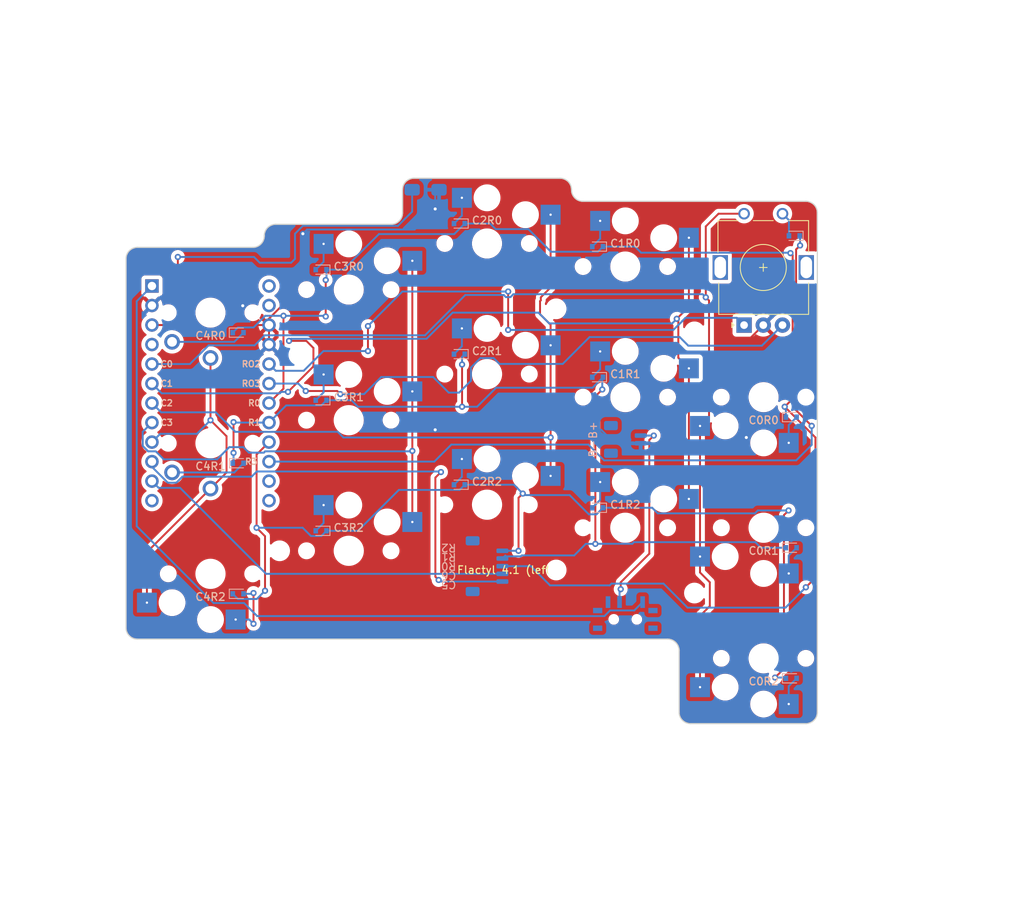
<source format=kicad_pcb>
(kicad_pcb (version 20221018) (generator pcbnew)
  (title_block (title "right") (rev "v1.0.0") (company "Unknown"))
  (layers (0 "F.Cu" signal) (31 "B.Cu" signal) (34 "B.Paste" user) (35 "F.Paste" user) (36 "B.SilkS" user "B.Silkscreen") (37 "F.SilkS" user "F.Silkscreen") (38 "B.Mask" user) (39 "F.Mask" user) (44 "Edge.Cuts" user))
  (net 0 "")
  (net 1 "C0")
  (net 2 "C0R0D")
  (net 3 "R0")
  (net 4 "C0R1D")
  (net 5 "R1")
  (net 6 "C0R2D")
  (net 7 "R2")
  (net 8 "C1")
  (net 9 "C1R0D")
  (net 10 "C1R1D")
  (net 11 "C1R2D")
  (net 12 "C2")
  (net 13 "C2R0D")
  (net 14 "C2R1D")
  (net 15 "C2R2D")
  (net 16 "C3")
  (net 17 "C3R0D")
  (net 18 "C3R1D")
  (net 19 "C3R2D")
  (net 20 "C4")
  (net 21 "C4R0D")
  (net 22 "C4R1D")
  (net 23 "C4R2D")
  (net 24 "C0R3D")
  (net 25 "P2")
  (net 26 "P3")
  (net 27 "GND")
  (net 28 "R3")
  (net 29 "RAW")
  (net 30 "BSLI")
  (net 31 "three")
  (net 32 "RST")
  (net 33 "VCC")
  (net 34 "C5")
  (net 35 "C6")
  (net 36 "P10")
  (net 37 "P1")
  (net 38 "P0")
  (net 39 "P8")
  (net 40 "P9")
  (footprint "MountingHole_2.2mm_M2" (layer "F.Cu") (at 63 -31.5)
    (fp_text reference "H2" hide)
    (fp_text value "")
  )
  (footprint "MountingHole_2.2mm_M2" (layer "F.Cu") (at 45 -34.5)
    (fp_text reference "H4" hide)
    (fp_text value "")
  )
  (footprint "rotary_encoder" (layer "F.Cu") (at 72 -40 90)
    (fp_text reference "ROT1" hide)
    (fp_text value "")
  )
  (footprint "somelogo" (layer "F.Cu") (at 38.5 -0.5)
    (fp_text reference "T1" hide)
    (fp_text value "Flactyl 4.1 (left)")
  )
  (footprint "MountingHole_2.2mm_M2" (layer "F.Cu") (at 9 -3)
    (fp_text reference "H5" hide)
    (fp_text value "")
  )
  (footprint "MountingHole_2.2mm_M2" (layer "F.Cu") (at 63 2.5)
    (fp_text reference "H1" hide)
    (fp_text value "")
  )
  (footprint "easyeda:SW-TH_MSK12C02-HB-1" (layer "F.Cu") (at 54 5.5 180)
    (fp_text reference "SS1" hide)
    (fp_text value "SW-TH_MSK12C02-HB-1" hide)
  )
  (footprint "MountingHole_2.2mm_M2" (layer "F.Cu") (at 45 -0.5)
    (fp_text reference "H3" hide)
    (fp_text value "")
  )
  (footprint "MountingHole_2.2mm_M2" (layer "F.Cu") (at 11.5 -28.5)
    (fp_text reference "H6" hide)
    (fp_text value "")
  )
  (footprint "D_SOD-523" (layer "B.Cu") (at 32.4 -11.6 180)
    (fp_text reference "D9" hide)
    (fp_text value "D_SOD-523")
  )
  (footprint "D_SOD-523" (layer "B.Cu") (at 14.4 -22.6 180)
    (fp_text reference "D11" hide)
    (fp_text value "D_SOD-523")
  )
  (footprint "Kailh_socket_PG1350_no_silk" (layer "B.Cu") (at 36 -26 180)
    (fp_text reference "S8" hide)
    (fp_text value "")
  )
  (footprint "D_SOD-523" (layer "B.Cu") (at 50.4 -42.6 180)
    (fp_text reference "D4" hide)
    (fp_text value "D_SOD-523")
  )
  (footprint "Kailh_socket_PG1350_no_silk" (layer "B.Cu") (at 0 -17)
    (fp_text reference "S14" hide)
    (fp_text value "")
  )
  (footprint "Kailh_socket_PG1350_no_silk" (layer "B.Cu") (at 36 -9 180)
    (fp_text reference "S9" hide)
    (fp_text value "")
  )
  (footprint "D_SOD-523" (layer "B.Cu") (at 75.6 -3.4)
    (fp_text reference "D2" hide)
    (fp_text value "D_SOD-523")
  )
  (footprint "Kailh_socket_PG1350_no_silk" (layer "B.Cu") (at 54 -6 180)
    (fp_text reference "S6" hide)
    (fp_text value "")
  )
  (footprint "JST_SH_SM02B-SRSS-TB_1x02-1MP_P1.00mm_Horizontal" (layer "B.Cu") (at 54 -17.5 90)
    (fp_text reference "JB1" hide)
    (fp_text value "JST_SH_SM02B-SRSS-TB_1x02-1MP_P1.00mm_Horizontal" hide)
  )
  (footprint "b3u-1000P" (layer "B.Cu") (at 28 -50 180)
    (fp_text reference "SB1" hide)
    (fp_text value "b3u-1000P")
  )
  (footprint "Kailh_socket_PG1350_no_silk" (layer "B.Cu") (at 72 -6)
    (fp_text reference "S2" hide)
    (fp_text value "")
  )
  (footprint "D_SOD-523" (layer "B.Cu") (at 3.6 -31.4)
    (fp_text reference "D13" hide)
    (fp_text value "D_SOD-523")
  )
  (footprint "D_SOD-523" (layer "B.Cu") (at 75.6 -20.4)
    (fp_text reference "D1" hide)
    (fp_text value "D_SOD-523")
  )
  (footprint "D_SOD-523" (layer "B.Cu") (at 14.4 -39.6 180)
    (fp_text reference "D10" hide)
    (fp_text value "D_SOD-523")
  )
  (footprint "D_SOD-523" (layer "B.Cu") (at 3.6 -14.4)
    (fp_text reference "D14" hide)
    (fp_text value "D_SOD-523")
  )
  (footprint "JST_SH_SM05B-SRSS-TB_1x05-1MP_P1.00mm_Horizontal" (layer "B.Cu") (at 36 -1 90)
    (fp_text reference "JC1" hide)
    (fp_text value "")
  )
  (footprint "NiceNano" (layer "B.Cu") (at 0 -23.5 -90)
    (fp_text reference "MCU1" hide)
    (fp_text value "" hide)
  )
  (footprint "Kailh_socket_PG1350_no_silk" (layer "B.Cu") (at 72 11)
    (fp_text reference "S3" hide)
    (fp_text value "")
  )
  (footprint "Kailh_socket_PG1350_no_silk" (layer "B.Cu") (at 18 -3 180)
    (fp_text reference "S12" hide)
    (fp_text value "")
  )
  (footprint "Kailh_socket_PG1350_no_silk" (layer "B.Cu") (at 36 -43 180)
    (fp_text reference "S7" hide)
    (fp_text value "")
  )
  (footprint "Kailh_socket_PG1350_no_silk" (layer "B.Cu") (at 54 -23 180)
    (fp_text reference "S5" hide)
    (fp_text value "")
  )
  (footprint "D_SOD-523" (layer "B.Cu") (at 50.4 -8.6 180)
    (fp_text reference "D6" hide)
    (fp_text value "D_SOD-523")
  )
  (footprint "Kailh_socket_PG1350_no_silk" (layer "B.Cu") (at 18 -20 180)
    (fp_text reference "S11" hide)
    (fp_text value "")
  )
  (footprint "D_SOD-523" (layer "B.Cu") (at 32.4 -45.6 180)
    (fp_text reference "D7" hide)
    (fp_text value "D_SOD-523")
  )
  (footprint "D_SOD-523" (layer "B.Cu") (at 50.4 -25.6 180)
    (fp_text reference "D5" hide)
    (fp_text value "D_SOD-523")
  )
  (footprint "D_SOD-523" (layer "B.Cu") (at 76 -44 180)
    (fp_text reference "D16" hide)
    (fp_text value "D_SOD-523")
  )
  (footprint "Kailh_socket_PG1350_no_silk" (layer "B.Cu") (at 0 -34)
    (fp_text reference "S13" hide)
    (fp_text value "")
  )
  (footprint "Kailh_socket_PG1350_no_silk" (layer "B.Cu") (at 72 -23)
    (fp_text reference "S1" hide)
    (fp_text value "")
  )
  (footprint "Kailh_socket_PG1350_no_silk" (layer "B.Cu") (at 54 -40 180)
    (fp_text reference "S4" hide)
    (fp_text value "")
  )
  (footprint "D_SOD-523" (layer "B.Cu") (at 75.6 13.6)
    (fp_text reference "D3" hide)
    (fp_text value "D_SOD-523")
  )
  (footprint "Kailh_socket_PG1350_no_silk" (layer "B.Cu") (at 18 -37 180)
    (fp_text reference "S10" hide)
    (fp_text value "")
  )
  (footprint "D_SOD-523" (layer "B.Cu") (at 32.4 -28.6 180)
    (fp_text reference "D8" hide)
    (fp_text value "D_SOD-523")
  )
  (footprint "D_SOD-523" (layer "B.Cu") (at 3.6 2.6)
    (fp_text reference "D15" hide)
    (fp_text value "D_SOD-523")
  )
  (footprint "D_SOD-523" (layer "B.Cu") (at 14.4 -5.6 180)
    (fp_text reference "D12" hide)
    (fp_text value "D_SOD-523")
  )
  (footprint "Kailh_socket_PG1350_no_silk" (layer "B.Cu") (at 0 0)
    (fp_text reference "S15" hide)
    (fp_text value "")
  )
  (gr_arc (start 62.49 19.5) (mid 61.436411 19.063589) (end 61 18.01) (stroke (width 0.15)) (layer "Edge.Cuts"))
  (gr_line (start 62.49 19.5) (end 77.51 19.5) (stroke (width 0.15)) (layer "Edge.Cuts"))
  (gr_arc (start 7 -43.99) (mid 6.563589 -42.936411) (end 5.51 -42.5) (stroke (width 0.15)) (layer "Edge.Cuts"))
  (gr_arc (start -9.51 8.5) (mid -10.563589 8.063589) (end -11 7.01) (stroke (width 0.15)) (layer "Edge.Cuts"))
  (gr_arc (start -11 -41.01) (mid -10.563589 -42.063589) (end -9.51 -42.5) (stroke (width 0.15)) (layer "Edge.Cuts"))
  (gr_arc (start 79 18.01) (mid 78.563589 19.063589) (end 77.51 19.5) (stroke (width 0.15)) (layer "Edge.Cuts"))
  (gr_arc (start 77.51 -48.5) (mid 78.563589 -48.063589) (end 79 -47.01) (stroke (width 0.15)) (layer "Edge.Cuts"))
  (gr_line (start 61 9.99) (end 61 18.01) (stroke (width 0.15)) (layer "Edge.Cuts"))
  (gr_arc (start 59.51 8.5) (mid 60.563589 8.936411) (end 61 9.99) (stroke (width 0.15)) (layer "Edge.Cuts"))
  (gr_line (start 79 -47.01) (end 79 18.01) (stroke (width 0.15)) (layer "Edge.Cuts"))
  (gr_line (start 45.51 -51.5) (end 26.49 -51.5) (stroke (width 0.15)) (layer "Edge.Cuts"))
  (gr_arc (start 48.49 -48.5) (mid 47.436411 -48.936411) (end 47 -49.99) (stroke (width 0.15)) (layer "Edge.Cuts"))
  (gr_arc (start 25 -50.01) (mid 25.436411 -51.063589) (end 26.49 -51.5) (stroke (width 0.15)) (layer "Edge.Cuts"))
  (gr_arc (start 7 -44.01) (mid 7.436411 -45.063589) (end 8.49 -45.5) (stroke (width 0.15)) (layer "Edge.Cuts"))
  (gr_line (start 5.51 -42.5) (end -9.51 -42.5) (stroke (width 0.15)) (layer "Edge.Cuts"))
  (gr_line (start 7 -44.01) (end 7 -43.99) (stroke (width 0.15)) (layer "Edge.Cuts"))
  (gr_line (start 25 -50.01) (end 25 -46.99) (stroke (width 0.15)) (layer "Edge.Cuts"))
  (gr_line (start 23.51 -45.5) (end 8.49 -45.5) (stroke (width 0.15)) (layer "Edge.Cuts"))
  (gr_arc (start 45.51 -51.5) (mid 46.563589 -51.063589) (end 47 -50.01) (stroke (width 0.15)) (layer "Edge.Cuts"))
  (gr_arc (start 25 -46.99) (mid 24.563589 -45.936411) (end 23.51 -45.5) (stroke (width 0.15)) (layer "Edge.Cuts"))
  (gr_line (start -9.51 8.5) (end 59.51 8.5) (stroke (width 0.15)) (layer "Edge.Cuts"))
  (gr_line (start 48.49 -48.5) (end 77.51 -48.5) (stroke (width 0.15)) (layer "Edge.Cuts"))
  (gr_line (start 47 -49.99) (end 47 -50.01) (stroke (width 0.15)) (layer "Edge.Cuts"))
  (gr_line (start -11 7.01) (end -11 -41.01) (stroke (width 0.15)) (layer "Edge.Cuts"))
  (segment (start 64.9 -35.575) (end 64.9 -20.425) (width 0.25) (layer "F.Cu") (net 1))
  (segment (start 65 1.1) (end 65 4.2) (width 0.25) (layer "F.Cu") (net 1))
  (segment (start 64.9 -20.425) (end 63.725 -19.25) (width 0.25) (layer "F.Cu") (net 1))
  (segment (start 63.725 -2.25) (end 63.725 -0.175) (width 0.25) (layer "F.Cu") (net 1))
  (segment (start 64.475 -45.225) (end 64.475 -36) (width 0.25) (layer "F.Cu") (net 1))
  (segment (start 65 4.2) (end 63.725 5.475) (width 0.25) (layer "F.Cu") (net 1))
  (segment (start 64.475 -36) (end 64.9 -35.575) (width 0.25) (layer "F.Cu") (net 1))
  (segment (start 66.13 -46.88) (end 64.475 -45.225) (width 0.25) (layer "F.Cu") (net 1))
  (segment (start 63.725 -0.175) (end 65 1.1) (width 0.25) (layer "F.Cu") (net 1))
  (segment (start 63.725 5.475) (end 63.725 14.75) (width 0.25) (layer "F.Cu") (net 1))
  (segment (start 69.46 -46.88) (end 66.13 -46.88) (width 0.25) (layer "F.Cu") (net 1))
  (segment (start 63.725 -19.25) (end 63.725 -2.25) (width 0.25) (layer "F.Cu") (net 1))
  (via (at 64.475 -36) (size 0.8) (drill 0.4) (layers "F.Cu" "B.Cu") (net 1))
  (segment (start 38.449695 -36.025) (end 39.050305 -36.025) (width 0.25) (layer "B.Cu") (net 1))
  (segment (start 38.174695 -36.3) (end 38.449695 -36.025) (width 0.25) (layer "B.Cu") (net 1))
  (segment (start -2.686461 -27.31) (end -0.246461 -29.75) (width 0.25) (layer "B.Cu") (net 1))
  (segment (start 39.425305 -36.4) (end 64.075 -36.4) (width 0.25) (layer "B.Cu") (net 1))
  (segment (start 5.75 -29.75) (end 7.0513 -31.0513) (width 0.25) (layer "B.Cu") (net 1))
  (segment (start -0.246461 -29.75) (end 5.75 -29.75) (width 0.25) (layer "B.Cu") (net 1))
  (segment (start 64.075 -36.4) (end 64.475 -36) (width 0.25) (layer "B.Cu") (net 1))
  (segment (start 39.050305 -36.025) (end 39.425305 -36.4) (width 0.25) (layer "B.Cu") (net 1))
  (segment (start 33.172095 -36.3) (end 38.174695 -36.3) (width 0.25) (layer "B.Cu") (net 1))
  (segment (start -7.62 -27.31) (end -2.686461 -27.31) (width 0.25) (layer "B.Cu") (net 1))
  (segment (start 7.0513 -31.0513) (end 27.923395 -31.0513) (width 0.25) (layer "B.Cu") (net 1))
  (segment (start 27.923395 -31.0513) (end 33.172095 -36.3) (width 0.25) (layer "B.Cu") (net 1))
  (segment (start 75.275 -19.375) (end 76.3 -20.4) (width 0.25) (layer "B.Cu") (net 2))
  (segment (start 75.275 -17.05) (end 75.275 -19.375) (width 0.25) (layer "B.Cu") (net 2))
  (segment (start 15 -38.25) (end 15 -33.5) (width 0.25) (layer "F.Cu") (net 3))
  (segment (start 74.75 -21.75) (end 75.785 -22.785) (width 0.25) (layer "F.Cu") (net 3))
  (segment (start 9.5 -24.11) (end 9.5 -33.5913) (width 0.25) (layer "F.Cu") (net 3))
  (segment (start 75.785 -22.785) (end 75.785 -41.465) (width 0.25) (layer "F.Cu") (net 3))
  (segment (start 78.75 -17.75) (end 74.75 -21.75) (width 0.25) (layer "F.Cu") (net 3))
  (segment (start 75.785 -41.465) (end 75.5 -41.75) (width 0.25) (layer "F.Cu") (net 3))
  (segment (start 7.62 -22.23) (end 9.5 -24.11) (width 0.25) (layer "F.Cu") (net 3))
  (segment (start 77.5 1.75) (end 78.75 0.5) (width 0.25) (layer "F.Cu") (net 3))
  (segment (start 78.75 0.5) (end 78.75 -17.75) (width 0.25) (layer "F.Cu") (net 3))
  (via (at 75.5 -41.75) (size 0.8) (drill 0.4) (layers "F.Cu" "B.Cu") (net 3))
  (via (at 15 -38.25) (size 0.8) (drill 0.4) (layers "F.Cu" "B.Cu") (net 3))
  (via (at 15 -33.5) (size 0.8) (drill 0.4) (layers "F.Cu" "B.Cu") (net 3))
  (via (at 77.5 1.75) (size 0.8) (drill 0.4) (layers "F.Cu" "B.Cu") (net 3))
  (via (at 9.5 -33.5913) (size 0.8) (drill 0.4) (layers "F.Cu" "B.Cu") (net 3))
  (via (at 74.75 -21.75) (size 0.8) (drill 0.4) (layers "F.Cu" "B.Cu") (net 3))
  (segment (start 14.9087 -33.5913) (end 9.5 -33.5913) (width 0.25) (layer "B.Cu") (net 3))
  (segment (start 52.199695 1.275) (end 51.974695 1.5) (width 0.25) (layer "B.Cu") (net 3))
  (segment (start 3.575 -32.075) (end 2.9 -31.4) (width 0.25) (layer "B.Cu") (net 3))
  (segment (start 15.1 -39.6) (end 15.1 -38.35) (width 0.25) (layer "B.Cu") (net 3))
  (segment (start 62.1 4.4) (end 58.975 1.275) (width 0.25) (layer "B.Cu") (net 3))
  (segment (start 74.85 4.4) (end 62.1 4.4) (width 0.25) (layer "B.Cu") (net 3))
  (segment (start 58.975 1.275) (end 52.199695 1.275) (width 0.25) (layer "B.Cu") (net 3))
  (segment (start 33.1 -45.6) (end 31.7259 -44.2259) (width 0.25) (layer "B.Cu") (net 3))
  (segment (start 36.4 -45.6) (end 33.1 -45.6) (width 0.25) (layer "B.Cu") (net 3))
  (segment (start 44.325 -41.925) (end 41.375 -44.875) (width 0.25) (layer "B.Cu") (net 3))
  (segment (start 56.054999 -41.805) (end 55.259999 -42.6) (width 0.25) (layer "B.Cu") (net 3))
  (segment (start 15 -33.5) (end 14.9087 -33.5913) (width 0.25) (layer "B.Cu") (net 3))
  (segment (start 37.125 -44.875) (end 36.4 -45.6) (width 0.25) (layer "B.Cu") (net 3))
  (segment (start 77.5 1.75) (end 74.85 4.4) (width 0.25) (layer "B.Cu") (net 3))
  (segment (start 44.2 1.5) (end 41.7 -1) (width 0.25) (layer "B.Cu") (net 3))
  (segment (start 75.445 -41.805) (end 56.054999 -41.805) (width 0.25) (layer "B.Cu") (net 3))
  (segment (start 50.425 -41.925) (end 44.325 -41.925) (width 0.25) (layer "B.Cu") (net 3))
  (segment (start 17.30165 -39.6) (end 15.1 -39.6) (width 0.25) (layer "B.Cu") (net 3))
  (segment (start 7.122405 -33.5913) (end 5.606105 -32.075) (width 0.25) (layer "B.Cu") (net 3))
  (segment (start 21.92755 -44.2259) (end 17.30165 -39.6) (width 0.25) (layer "B.Cu") (net 3))
  (segment (start 55.259999 -42.6) (end 51.1 -42.6) (width 0.25) (layer "B.Cu") (net 3))
  (segment (start 41.7 -1) (end 38 -1) (width 0.25) (layer "B.Cu") (net 3))
  (segment (start 74.9 -20.4) (end 74.9 -21.6) (width 0.25) (layer "B.Cu") (net 3))
  (segment (start 51.974695 1.5) (end 44.2 1.5) (width 0.25) (layer "B.Cu") (net 3))
  (segment (start 41.375 -44.875) (end 37.125 -44.875) (width 0.25) (layer "B.Cu") (net 3))
  (segment (start 31.7259 -44.2259) (end 21.92755 -44.2259) (width 0.25) (layer "B.Cu") (net 3))
  (segment (start 5.606105 -32.075) (end 3.575 -32.075) (width 0.25) (layer "B.Cu") (net 3))
  (segment (start 74.9 -21.6) (end 74.75 -21.75) (width 0.25) (layer "B.Cu") (net 3))
  (segment (start 15.1 -38.35) (end 15 -38.25) (width 0.25) (layer "B.Cu") (net 3))
  (segment (start 75.5 -41.75) (end 75.445 -41.805) (width 0.25) (layer "B.Cu") (net 3))
  (segment (start 9.5 -33.5913) (end 7.122405 -33.5913) (width 0.25) (layer "B.Cu") (net 3))
  (segment (start 51.1 -42.6) (end 50.425 -41.925) (width 0.25) (layer "B.Cu") (net 3))
  (segment (start 75.275 -2.375) (end 76.3 -3.4) (width 0.25) (layer "B.Cu") (net 4))
  (segment (start 75.275 -0.05) (end 75.275 -2.375) (width 0.25) (layer "B.Cu") (net 4))
  (segment (start 32.75 -21.75) (end 32.75 -27.25) (width 0.25) (layer "F.Cu") (net 5))
  (segment (start 50.1 -3.9) (end 50.1 -23.1) (width 0.25) (layer "F.Cu") (net 5))
  (segment (start 3 -19.75) (end 3 -15.75) (width 0.25) (layer "F.Cu") (net 5))
  (segment (start 50.1 -23.1) (end 51 -24) (width 0.25) (layer "F.Cu") (net 5))
  (via (at 3 -15.75) (size 0.8) (drill 0.4) (layers "F.Cu" "B.Cu") (net 5))
  (via (at 32.75 -27.25) (size 0.8) (drill 0.4) (layers "F.Cu" "B.Cu") (net 5))
  (via (at 32.75 -21.75) (size 0.8) (drill 0.4) (layers "F.Cu" "B.Cu") (net 5))
  (via (at 3 -19.75) (size 0.8) (drill 0.4) (layers "F.Cu" "B.Cu") (net 5))
  (via (at 51 -24) (size 0.8) (drill 0.4) (layers "F.Cu" "B.Cu") (net 5))
  (via (at 50.1 -3.9) (size 0.8) (drill 0.4) (layers "F.Cu" "B.Cu") (net 5))
  (segment (start 3 -14.5) (end 2.9 -14.4) (width 0.25) (layer "B.Cu") (net 5))
  (segment (start 38.375 -2.375) (end 38 -2) (width 0.25) (layer "B.Cu") (net 5))
  (segment (start 71.645001 -3.4) (end 74.9 -3.4) (width 0.25) (layer "B.Cu") (net 5))
  (segment (start 9.855 -21.925) (end 7.62 -19.69) (width 0.25) (layer "B.Cu") (net 5))
  (segment (start 50.1105 -3.9105) (end 54.9105 -3.9105) (width 0.25) (layer "B.Cu") (net 5))
  (segment (start 50.1 -3.9) (end 48.85 -3.9) (width 0.25) (layer "B.Cu") (net 5))
  (segment (start 3 -15.75) (end 3 -14.5) (width 0.25) (layer "B.Cu") (net 5))
  (segment (start 70.920001 -4.125) (end 71.645001 -3.4) (width 0.25) (layer "B.Cu") (net 5))
  (segment (start 51 -25.5) (end 51.1 -25.6) (width 0.25) (layer "B.Cu") (net 5))
  (segment (start 32.75 -21.75) (end 19.204999 -21.75) (width 0.25) (layer "B.Cu") (net 5))
  (segment (start 3.06 -19.69) (end 3 -19.75) (width 0.25) (layer "B.Cu") (net 5))
  (segment (start 50.1 -3.9) (end 50.1105 -3.9105) (width 0.25) (layer "B.Cu") (net 5))
  (segment (start 15.1 -22.6) (end 14.425 -21.925) (width 0.25) (layer "B.Cu") (net 5))
  (segment (start 47.35 -2.4) (end 40.525305 -2.4) (width 0.25) (layer "B.Cu") (net 5))
  (segment (start 19.204999 -21.75) (end 18.354999 -22.6) (width 0.25) (layer "B.Cu") (net 5))
  (segment (start 7.62 -19.69) (end 3.06 -19.69) (width 0.25) (layer "B.Cu") (net 5))
  (segment (start 37.180899 -24.2259) (end 34.704999 -21.75) (width 0.25) (layer "B.Cu") (net 5))
  (segment (start 40.525305 -2.4) (end 40.400305 -2.275) (width 0.25) (layer "B.Cu") (net 5))
  (segment (start 49.7259 -24.2259) (end 37.180899 -24.2259) (width 0.25) (layer "B.Cu") (net 5))
  (segment (start 51 -24) (end 51 -25.5) (width 0.25) (layer "B.Cu") (net 5))
  (segment (start 32.75 -27.25) (end 32.75 -28.25) (width 0.25) (layer "B.Cu") (net 5))
  (segment (start 55.125 -4.125) (end 70.920001 -4.125) (width 0.25) (layer "B.Cu") (net 5))
  (segment (start 32.75 -28.25) (end 33.1 -28.6) (width 0.25) (layer "B.Cu") (net 5))
  (segment (start 40.400305 -2.275) (end 38.475 -2.275) (width 0.25) (layer "B.Cu") (net 5))
  (segment (start 38.475 -2.275) (end 38.375 -2.375) (width 0.25) (layer "B.Cu") (net 5))
  (segment (start 18.354999 -22.6) (end 15.1 -22.6) (width 0.25) (layer "B.Cu") (net 5))
  (segment (start 34.704999 -21.75) (end 32.75 -21.75) (width 0.25) (layer "B.Cu") (net 5))
  (segment (start 54.9105 -3.9105) (end 55.125 -4.125) (width 0.25) (layer "B.Cu") (net 5))
  (segment (start 14.425 -21.925) (end 9.855 -21.925) (width 0.25) (layer "B.Cu") (net 5))
  (segment (start 51.1 -25.6) (end 49.7259 -24.2259) (width 0.25) (layer "B.Cu") (net 5))
  (segment (start 48.85 -3.9) (end 47.35 -2.4) (width 0.25) (layer "B.Cu") (net 5))
  (segment (start 75.275 16.95) (end 75.275 14.625) (width 0.25) (layer "B.Cu") (net 6))
  (segment (start 75.275 14.625) (end 76.3 13.6) (width 0.25) (layer "B.Cu") (net 6))
  (segment (start 6 -6) (end 7.1 -4.9) (width 0.25) (layer "F.Cu") (net 7))
  (segment (start 6 -6) (end 6 -15.53) (width 0.25) (layer "F.Cu") (net 7))
  (segment (start 74.65 -7.65) (end 74.65 12.35) (width 0.25) (layer "F.Cu") (net 7))
  (segment (start 75.25 -8.25) (end 74.65 -7.65) (width 0.25) (layer "F.Cu") (net 7))
  (segment (start 40.1 -9.9) (end 40.649175 -10.449175) (width 0.25) (layer "F.Cu") (net 7))
  (segment (start 7.1 -4.9) (end 7.1 2.2) (width 0.25) (layer "F.Cu") (net 7))
  (segment (start 74.65 12.35) (end 73.5 13.5) (width 0.25) (layer "F.Cu") (net 7))
  (segment (start 6 -15.53) (end 7.62 -17.15) (width 0.25) (layer "F.Cu") (net 7))
  (segment (start 40.1 -3) (end 40.1 -9.9) (width 0.25) (layer "F.Cu") (net 7))
  (via (at 75.25 -8.25) (size 0.8) (drill 0.4) (layers "F.Cu" "B.Cu") (net 7))
  (via (at 40.649175 -10.449175) (size 0.8) (drill 0.4) (layers "F.Cu" "B.Cu") (net 7))
  (via (at 7.1 2.2) (size 0.8) (drill 0.4) (layers "F.Cu" "B.Cu") (net 7))
  (via (at 6 -6) (size 0.8) (drill 0.4) (layers "F.Cu" "B.Cu") (net 7))
  (via (at 73.5 13.5) (size 0.8) (drill 0.4) (layers "F.Cu" "B.Cu") (net 7))
  (via (at 40.1 -3) (size 0.8) (drill 0.4) (layers "F.Cu" "B.Cu") (net 7))
  (segment (start 6.025 3.275) (end 3.575 3.275) (width 0.25) (layer "B.Cu") (net 7))
  (segment (start 3.575 3.275) (end 2.9 2.6) (width 0.25) (layer "B.Cu") (net 7))
  (segment (start 49.25 -7.75) (end 50.25 -7.75) (width 0.25) (layer "B.Cu") (net 7))
  (segment (start 46.75 -10.25) (end 49.25 -7.75) (width 0.25) (layer "B.Cu") (net 7))
  (segment (start 7.1 2.2) (end 6.025 3.275) (width 0.25) (layer "B.Cu") (net 7))
  (segment (start 50.25 -7.75) (end 51.1 -8.6) (width 0.25) (layer "B.Cu") (net 7))
  (segment (start 70.875 -7.875) (end 71.25 -8.25) (width 0.25) (layer "B.Cu") (net 7))
  (segment (start 12 -6) (end 13.075 -4.925) (width 0.25) (layer "B.Cu") (net 7))
  (segment (start 71.25 -8.25) (end 75.25 -8.25) (width 0.25) (layer "B.Cu") (net 7))
  (segment (start 38 -3) (end 40.1 -3) (width 0.25) (layer "B.Cu") (net 7))
  (segment (start 24.52335 -10.925) (end 32.425 -10.925) (width 0.25) (layer "B.Cu") (net 7))
  (segment (start 40.84835 -10.25) (end 46.75 -10.25) (width 0.25) (layer "B.Cu") (net 7))
  (segment (start 39.49835 -11.6) (end 40.649175 -10.449175) (width 0.25) (layer "B.Cu") (net 7))
  (segment (start 58.22335 -7.875) (end 70.875 -7.875) (width 0.25) (layer "B.Cu") (net 7))
  (segment (start 32.425 -10.925) (end 33.1 -11.6) (width 0.25) (layer "B.Cu") (net 7))
  (segment (start 15.1 -5.6) (end 19.19835 -5.6) (width 0.25) (layer "B.Cu") (net 7))
  (segment (start 33.1 -11.6) (end 39.49835 -11.6) (width 0.25) (layer "B.Cu") (net 7))
  (segment (start 6 -6) (end 12 -6) (width 0.25) (layer "B.Cu") (net 7))
  (segment (start 51.1 -8.6) (end 57.49835 -8.6) (width 0.25) (layer "B.Cu") (net 7))
  (segment (start 19.19835 -5.6) (end 24.52335 -10.925) (width 0.25) (layer "B.Cu") (net 7))
  (segment (start 13.075 -4.925) (end 14.425 -4.925) (width 0.25) (layer "B.Cu") (net 7))
  (segment (start 14.425 -4.925) (end 15.1 -5.6) (width 0.25) (layer "B.Cu") (net 7))
  (segment (start 57.49835 -8.6) (end 58.22335 -7.875) (width 0.25) (layer "B.Cu") (net 7))
  (segment (start 73.5 13.5) (end 74.8 13.5) (width 0.25) (layer "B.Cu") (net 7))
  (segment (start 74.8 13.5) (end 74.9 13.6) (width 0.25) (layer "B.Cu") (net 7))
  (segment (start 40.649175 -10.449175) (end 40.84835 -10.25) (width 0.25) (layer "B.Cu") (net 7))
  (segment (start 60.9 -28.125) (end 62.275 -26.75) (width 0.25) (layer "F.Cu") (net 8))
  (segment (start 62.275 -34.775) (end 62.275 -43.75) (width 0.25) (layer "F.Cu") (net 8))
  (segment (start 60.7 -33.2) (end 62.275 -34.775) (width 0.25) (layer "F.Cu") (net 8))
  (segment (start 60.9 -33) (end 60.9 -28.125) (width 0.25) (layer "F.Cu") (net 8))
  (segment (start 62.275 -9.75) (end 62.275 -26.75) (width 0.25) (layer "F.Cu") (net 8))
  (segment (start 13.4 -29.4) (end 12.4732 -30.3268) (width 0.25) (layer "F.Cu") (net 8))
  (segment (start 10.087957 -23.686671) (end 13.4 -26.998714) (width 0.25) (layer "F.Cu") (net 8))
  (segment (start 60.7 -33.2) (end 60.9 -33) (width 0.25) (layer "F.Cu") (net 8))
  (segment (start 12.4732 -30.3268) (end 10.2245 -30.3268) (width 0.25) (layer "F.Cu") (net 8))
  (segment (start 13.4 -26.998714) (end 13.4 -29.4) (width 0.25) (layer "F.Cu") (net 8))
  (via (at 10.087957 -23.686671) (size 0.8) (drill 0.4) (layers "F.Cu" "B.Cu") (net 8))
  (via (at 60.7 -33.2) (size 0.8) (drill 0.4) (layers "F.Cu" "B.Cu") (net 8))
  (via (at 10.2245 -30.3268) (size 0.8) (drill 0.4) (layers "F.Cu" "B.Cu") (net 8))
  (segment (start -7.62 -24.77) (end -6.35 -23.5) (width 0.25) (layer "B.Cu") (net 8))
  (segment (start 9.211671 -23.686671) (end 10.087957 -23.686671) (width 0.25) (layer "B.Cu") (net 8))
  (segment (start 42.7 -34) (end 31.525 -34) (width 0.25) (layer "B.Cu") (net 8))
  (segment (start 60.1 -32.6) (end 44.1 -32.6) (width 0.25) (layer "B.Cu") (net 8))
  (segment (start 44.1 -32.6) (end 42.7 -34) (width 0.25) (layer "B.Cu") (net 8))
  (segment (start 28.1263 -30.6013) (end 10.499 -30.6013) (width 0.25) (layer "B.Cu") (net 8))
  (segment (start 9.025 -23.5) (end 9.211671 -23.686671) (width 0.25) (layer "B.Cu") (net 8))
  (segment (start 60.7 -33.2) (end 60.1 -32.6) (width 0.25) (layer "B.Cu") (net 8))
  (segment (start 10.499 -30.6013) (end 10.2245 -30.3268) (width 0.25) (layer "B.Cu") (net 8))
  (segment (start 31.525 -34) (end 28.1263 -30.6013) (width 0.25) (layer "B.Cu") (net 8))
  (segment (start -6.35 -23.5) (end 9.025 -23.5) (width 0.25) (layer "B.Cu") (net 8))
  (segment (start 50.725 -43.625) (end 49.7 -42.6) (width 0.25) (layer "B.Cu") (net 9))
  (segment (start 50.725 -45.95) (end 50.725 -43.625) (width 0.25) (layer "B.Cu") (net 9))
  (segment (start 50.725 -28.95) (end 50.725 -26.625) (width 0.25) (layer "B.Cu") (net 10))
  (segment (start 50.725 -26.625) (end 49.7 -25.6) (width 0.25) (layer "B.Cu") (net 10))
  (segment (start 50.725 -9.625) (end 49.7 -8.6) (width 0.25) (layer "B.Cu") (net 11))
  (segment (start 50.725 -11.95) (end 50.725 -9.625) (width 0.25) (layer "B.Cu") (net 11))
  (segment (start 44.275 -12.75) (end 44.275 -17.75) (width 0.25) (layer "F.Cu") (net 12))
  (segment (start 44.275 -17.75) (end 44.275 -29.75) (width 0.25) (layer "F.Cu") (net 12))
  (segment (start 43 -35.6) (end 43 -36) (width 0.25) (layer "F.Cu") (net 12))
  (segment (start 44.275 -32.425) (end 42.9 -33.8) (width 0.25) (layer "F.Cu") (net 12))
  (segment (start 44.275 -29.75) (end 44.275 -32.425) (width 0.25) (layer "F.Cu") (net 12))
  (segment (start 44.275 -37.275) (end 44.275 -46.75) (width 0.25) (layer "F.Cu") (net 12))
  (segment (start 42.9 -33.8) (end 42.9 -35.5) (width 0.25) (layer "F.Cu") (net 12))
  (segment (start 43 -36) (end 44.275 -37.275) (width 0.25) (layer "F.Cu") (net 12))
  (segment (start 42.9 -35.5) (end 43 -35.6) (width 0.25) (layer "F.Cu") (net 12))
  (via (at 44.275 -17.75) (size 0.8) (drill 0.4) (layers "F.Cu" "B.Cu") (net 12))
  (segment (start 17.295001 -17.75) (end 44.275 -17.75) (width 0.25) (layer "B.Cu") (net 12))
  (segment (start -6.4187 -21.0287) (end 0.695995 -21.0287) (width 0.25) (layer "B.Cu") (net 12))
  (segment (start 16.556301 -18.4887) (end 17.295001 -17.75) (width 0.25) (layer "B.Cu") (net 12))
  (segment (start -7.62 -22.23) (end -6.4187 -21.0287) (width 0.25) (layer "B.Cu") (net 12))
  (segment (start 3.235995 -18.4887) (end 16.556301 -18.4887) (width 0.25) (layer "B.Cu") (net 12))
  (segment (start 0.695995 -21.0287) (end 3.235995 -18.4887) (width 0.25) (layer "B.Cu") (net 12))
  (segment (start 32.725 -46.625) (end 31.7 -45.6) (width 0.25) (layer "B.Cu") (net 13))
  (segment (start 32.725 -48.95) (end 32.725 -46.625) (width 0.25) (layer "B.Cu") (net 13))
  (segment (start 32.725 -31.95) (end 32.725 -29.625) (width 0.25) (layer "B.Cu") (net 14))
  (segment (start 32.725 -29.625) (end 31.7 -28.6) (width 0.25) (layer "B.Cu") (net 14))
  (segment (start 32.725 -12.625) (end 31.7 -11.6) (width 0.25) (layer "B.Cu") (net 15))
  (segment (start 32.725 -14.95) (end 32.725 -12.625) (width 0.25) (layer "B.Cu") (net 15))
  (segment (start 26.275 -16) (end 26.275 -6.75) (width 0.25) (layer "F.Cu") (net 16))
  (segment (start 26.275 -40.75) (end 26.275 -23.75) (width 0.25) (layer "F.Cu") (net 16))
  (segment (start 26.275 -23.75) (end 26.275 -16) (width 0.25) (layer "F.Cu") (net 16))
  (via (at 26.275 -16) (size 0.8) (drill 0.4) (layers "F.Cu" "B.Cu") (net 16))
  (segment (start 4.2741 -16.492216) (end 4.992216 -15.7741) (width 0.25) (layer "B.Cu") (net 16))
  (segment (start 6.947805 -15.7741) (end 7.122405 -15.9487) (width 0.25) (layer "B.Cu") (net 16))
  (segment (start 26.2237 -15.9487) (end 26.275 -16) (width 0.25) (layer "B.Cu") (net 16))
  (segment (start -8.8213 -16.652405) (end -8.117595 -15.9487) (width 0.25) (layer "B.Cu") (net 16))
  (segment (start -7.122405 -15.9487) (end -6.084205 -14.9105) (width 0.25) (layer "B.Cu") (net 16))
  (segment (start 4.992216 -15.7741) (end 6.947805 -15.7741) (width 0.25) (layer "B.Cu") (net 16))
  (segment (start 2.447215 -16.492216) (end 4.2741 -16.492216) (width 0.25) (layer "B.Cu") (net 16))
  (segment (start -8.117595 -15.9487) (end -7.122405 -15.9487) (width 0.25) (layer "B.Cu") (net 16))
  (segment (start 7.122405 -15.9487) (end 26.2237 -15.9487) (width 0.25) (layer "B.Cu") (net 16))
  (segment (start -7.62 -19.69) (end -8.8213 -18.4887) (width 0.25) (layer "B.Cu") (net 16))
  (segment (start 0.865499 -14.9105) (end 2.447215 -16.492216) (width 0.25) (layer "B.Cu") (net 16))
  (segment (start -8.8213 -18.4887) (end -8.8213 -16.652405) (width 0.25) (layer "B.Cu") (net 16))
  (segment (start -6.084205 -14.9105) (end 0.865499 -14.9105) (width 0.25) (layer "B.Cu") (net 16))
  (segment (start 14.725 -40.625) (end 13.7 -39.6) (width 0.25) (layer "B.Cu") (net 17))
  (segment (start 14.725 -42.95) (end 14.725 -40.625) (width 0.25) (layer "B.Cu") (net 17))
  (segment (start 14.725 -23.625) (end 13.7 -22.6) (width 0.25) (layer "B.Cu") (net 18))
  (segment (start 14.725 -25.95) (end 14.725 -23.625) (width 0.25) (layer "B.Cu") (net 18))
  (segment (start 14.725 -6.625) (end 13.7 -5.6) (width 0.25) (layer "B.Cu") (net 19))
  (segment (start 14.725 -8.95) (end 14.725 -6.625) (width 0.25) (layer "B.Cu") (net 19))
  (segment (start -8.275 -2.825) (end -8.275 3.75) (width 0.25) (layer "F.Cu") (net 20))
  (segment (start 2.0895 -17.9105) (end 0 -20) (width 0.25) (layer "F.Cu") (net 20))
  (segment (start 0 -28.1) (end 0 -20) (width 0.25) (layer "F.Cu") (net 20))
  (segment (start 0 -11.1) (end -8.275 -2.825) (width 0.25) (layer "F.Cu") (net 20))
  (segment (start 0 -11.1) (end 2.0895 -13.1895) (width 0.25) (layer "F.Cu") (net 20))
  (segment (start 2.0895 -13.1895) (end 2.0895 -17.9105) (width 0.25) (layer "F.Cu") (net 20))
  (via (at 0 -20) (size 0.8) (drill 0.4) (layers "F.Cu" "B.Cu") (net 20))
  (segment (start 0 -20) (end -1.7741 -18.2259) (width 0.25) (layer "B.Cu") (net 20))
  (segment (start -1.7741 -18.2259) (end -6.5441 -18.2259) (width 0.25) (layer "B.Cu") (net 20))
  (segment (start -6.5441 -18.2259) (end -7.62 -17.15) (width 0.25) (layer "B.Cu") (net 20))
  (segment (start 3.1 -30.2) (end -5 -30.2) (width 0.25) (layer "B.Cu") (net 21))
  (segment (start 4.3 -31.4) (end 3.1 -30.2) (width 0.25) (layer "B.Cu") (net 21))
  (segment (start 4.3 -14.4) (end 3.1 -13.2) (width 0.25) (layer "B.Cu") (net 22))
  (segment (start 3.1 -13.2) (end -5 -13.2) (width 0.25) (layer "B.Cu") (net 22))
  (segment (start 5.6 2.5) (end 5.6 6.5) (width 0.25) (layer "F.Cu") (net 23))
  (via (at 5.6 6.5) (size 0.8) (drill 0.4) (layers "F.Cu" "B.Cu") (net 23))
  (via (at 5.6 2.5) (size 0.8) (drill 0.4) (layers "F.Cu" "B.Cu") (net 23))
  (segment (start 5.5 2.6) (end 5.6 2.5) (width 0.25) (layer "B.Cu") (net 23))
  (segment (start 4.3 2.6) (end 5.5 2.6) (width 0.25) (layer "B.Cu") (net 23))
  (segment (start 5.6 6.5) (end 5.05 5.95) (width 0.25) (layer "B.Cu") (net 23))
  (segment (start 5.05 5.95) (end 3.275 5.95) (width 0.25) (layer "B.Cu") (net 23))
  (segment (start 75.3 -46.04) (end 74.46 -46.88) (width 0.25) (layer "B.Cu") (net 24))
  (segment (start 75.3 -44) (end 75.3 -46.04) (width 0.25) (layer "B.Cu") (net 24))
  (segment (start 38.75 -31.75) (end 38.75 -36.75) (width 0.25) (layer "F.Cu") (net 25))
  (segment (start 20.5 -32.25) (end 20.5 -29) (width 0.25) (layer "F.Cu") (net 25))
  (via (at 20.5 -32.25) (size 0.8) (drill 0.4) (layers "F.Cu" "B.Cu") (net 25))
  (via (at 38.75 -31.75) (size 0.8) (drill 0.4) (layers "F.Cu" "B.Cu") (net 25))
  (via (at 38.75 -36.75) (size 0.8) (drill 0.4) (layers "F.Cu" "B.Cu") (net 25))
  (via (at 20.5 -29) (size 0.8) (drill 0.4) (layers "F.Cu" "B.Cu") (net 25))
  (segment (start 60.25 -31.75) (end 38.75 -31.75) (width 0.25) (layer "B.Cu") (net 25))
  (segment (start 14.7 -29) (end 20.5 -29) (width 0.25) (layer "B.Cu") (net 25))
  (segment (start 60.975 -32.475) (end 60.25 -31.75) (width 0.25) (layer "B.Cu") (net 25))
  (segment (start 12.1337 -26.4337) (end 14.7 -29) (width 0.25) (layer "B.Cu") (net 25))
  (segment (start 61.425 -32.925) (end 61.425 -32.899695) (width 0.25) (layer "B.Cu") (net 25))
  (segment (start 68.515 -33.325) (end 61.825 -33.325) (width 0.25) (layer "B.Cu") (net 25))
  (segment (start 61.000305 -32.475) (end 60.975 -32.475) (width 0.25) (layer "B.Cu") (net 25))
  (segment (start 24.983684 -36.75) (end 20.5 -32.266316) (width 0.25) (layer "B.Cu") (net 25))
  (segment (start 7.62 -27.31) (end 8.4963 -26.4337) (width 0.25) (layer "B.Cu") (net 25))
  (segment (start 61.825 -33.325) (end 61.425 -32.925) (width 0.25) (layer "B.Cu") (net 25))
  (segment (start 8.4963 -26.4337) (end 12.1337 -26.4337) (width 0.25) (layer "B.Cu") (net 25))
  (segment (start 61.425 -32.899695) (end 61.000305 -32.475) (width 0.25) (layer "B.Cu") (net 25))
  (segment (start 69.46 -32.38) (end 68.515 -33.325) (width 0.25) (layer "B.Cu") (net 25))
  (segment (start 38.75 -36.75) (end 24.983684 -36.75) (width 0.25) (layer "B.Cu") (net 25))
  (segment (start 16.5 -23.8) (end 16.9 -23.4) (width 0.25) (layer "F.Cu") (net 26))
  (segment (start 12.4 -23.8) (end 16.5 -23.8) (width 0.25) (layer "F.Cu") (net 26))
  (via (at 16.9 -23.4) (size 0.8) (drill 0.4) (layers "F.Cu" "B.Cu") (net 26))
  (via (at 12.4 -23.8) (size 0.8) (drill 0.4) (layers "F.Cu" "B.Cu") (net 26))
  (segment (start 36.865499 -28.0895) (end 37.629999 -27.325) (width 0.25) (layer "B.Cu") (net 26))
  (segment (start 37.629999 -27.325) (end 45.85 -27.325) (width 0.25) (layer "B.Cu") (net 26))
  (segment (start 32.366698 -23.590699) (end 33.9105 -25.134501) (width 0.25) (layer "B.Cu") (net 26))
  (segment (start 62.2 -29.7) (end 71.78 -29.7) (width 0.25) (layer "B.Cu") (net 26))
  (segment (start 7.62 -24.77) (end 11.43 -24.77) (width 0.25) (layer "B.Cu") (net 26))
  (segment (start 22.22335 -25.625) (end 28.975 -25.625) (width 0.25) (layer "B.Cu") (net 26))
  (segment (start 61.075 -30.825) (end 62.2 -29.7) (width 0.25) (layer "B.Cu") (net 26))
  (segment (start 35.134501 -28.0895) (end 36.865499 -28.0895) (width 0.25) (layer "B.Cu") (net 26))
  (segment (start 33.9105 -26.865499) (end 35.134501 -28.0895) (width 0.25) (layer "B.Cu") (net 26))
  (segment (start 45.85 -27.325) (end 49.35 -30.825) (width 0.25) (layer "B.Cu") (net 26))
  (segment (start 33.9105 -25.134501) (end 33.9105 -26.865499) (width 0.25) (layer "B.Cu") (net 26))
  (segment (start 28.975 -25.625) (end 31.009301 -23.590699) (width 0.25) (layer "B.Cu") (net 26))
  (segment (start 71.78 -29.7) (end 74.46 -32.38) (width 0.25) (layer "B.Cu") (net 26))
  (segment (start 19.99835 -23.4) (end 22.22335 -25.625) (width 0.25) (layer "B.Cu") (net 26))
  (segment (start 16.9 -23.4) (end 19.99835 -23.4) (width 0.25) (layer "B.Cu") (net 26))
  (segment (start 49.35 -30.825) (end 61.075 -30.825) (width 0.25) (layer "B.Cu") (net 26))
  (segment (start 11.43 -24.77) (end 12.4 -23.8) (width 0.25) (layer "B.Cu") (net 26))
  (segment (start 31.009301 -23.590699) (end 32.366698 -23.590699) (width 0.25) (layer "B.Cu") (net 26))
  (segment (start 69.75 -17.75) (end 69.75 -30.17) (width 0.25) (layer "F.Cu") (net 27))
  (segment (start 7.62 -32.39) (end 5.376316 -32.39) (width 0.25) (layer "F.Cu") (net 27))
  (segment (start 7.62 -32.39) (end 7.62 -29.85) (width 0.25) (layer "F.Cu") (net 27))
  (segment (start 29.25 -18.75) (end 29.25 -47.5) (width 0.25) (layer "F.Cu") (net 27))
  (segment (start 12.025 -44.275) (end 11.25 -43.5) (width 0.25) (layer "F.Cu") (net 27))
  (segment (start 4.2 -33.566316) (end 4.2 -34.9) (width 0.25) (layer "F.Cu") (net 27))
  (segment (start 11.25 -36.861105) (end 7.62 -33.231105) (width 0.25) (layer "F.Cu") (net 27))
  (segment (start 69.75 -30.17) (end 71.96 -32.38) (width 0.25) (layer "F.Cu") (net 27))
  (segment (start 7.62 -33.231105) (end 7.62 -32.39) (width 0.25) (layer "F.Cu") (net 27))
  (segment (start 11.25 -43.5) (end 11.25 -36.861105) (width 0.25) (layer "F.Cu") (net 27))
  (segment (start 5.376316 -32.39) (end 4.2 -33.566316) (width 0.25) (layer "F.Cu") (net 27))
  (via (at 12.025 -44.275) (size 0.8) (drill 0.4) (layers "F.Cu" "B.Cu") (net 27))
  (via (at 69.75 -17.75) (size 0.8) (drill 0.4) (layers "F.Cu" "B.Cu") (net 27))
  (via (at 29.25 -47.5) (size 0.8) (drill 0.4) (layers "F.Cu" "B.Cu") (net 27))
  (via (at 29.25 -18.75) (size 0.8) (drill 0.4) (layers "F.Cu" "B.Cu") (net 27))
  (via (at 4.2 -34.9) (size 0.8) (drill 0.4) (layers "F.Cu" "B.Cu") (net 27))
  (segment (start 29.25 -47.5) (end 29.25 -49.5) (width 0.25) (layer "B.Cu") (net 27))
  (segment (start 3.0105 -36.0895) (end -6.4605 -36.0895) (width 0.25) (layer "B.Cu") (net 27))
  (segment (start 12.575 -44.825) (end 26.575 -44.825) (width 0.25) (layer "B.Cu") (net 27))
  (segment (start -6.4605 -36.0895) (end -7.62 -34.93) (width 0.25) (layer "B.Cu") (net 27))
  (segment (start 62.35 -17.375) (end 69.375 -17.375) (width 0.25) (layer "B.Cu") (net 27))
  (segment (start 12.025 -44.275) (end 12.575 -44.825) (width 0.25) (layer "B.Cu") (net 27))
  (segment (start 52.611827 -17) (end 56 -17) (width 0.25) (layer "B.Cu") (net 27))
  (segment (start 29.25 -49.5) (end 29.75 -50) (width 0.25) (layer "B.Cu") (net 27))
  (segment (start 56 -17) (end 61.975 -17) (width 0.25) (layer "B.Cu") (net 27))
  (segment (start 29.25 -18.75) (end 50.861827 -18.75) (width 0.25) (layer "B.Cu") (net 27))
  (segment (start 69.375 -17.375) (end 69.75 -17.75) (width 0.25) (layer "B.Cu") (net 27))
  (segment (start 61.975 -17) (end 62.35 -17.375) (width 0.25) (layer "B.Cu") (net 27))
  (segment (start 26.575 -44.825) (end 29.25 -47.5) (width 0.25) (layer "B.Cu") (net 27))
  (segment (start 50.861827 -18.75) (end 52.611827 -17) (width 0.25) (layer "B.Cu") (net 27))
  (segment (start 4.2 -34.9) (end 3.0105 -36.0895) (width 0.25) (layer "B.Cu") (net 27))
  (segment (start 76.235 -42.235) (end 76.75 -42.75) (width 0.25) (layer "F.Cu") (net 28))
  (segment (start 78.262299 -19.262299) (end 76.235 -21.289598) (width 0.25) (layer "F.Cu") (net 28))
  (segment (start 76.235 -21.289598) (end 76.235 -42.235) (width 0.25) (layer "F.Cu") (net 28))
  (via (at 76.75 -42.75) (size 0.8) (drill 0.4) (layers "F.Cu" "B.Cu") (net 28))
  (via (at 78.262299 -19.262299) (size 0.8) (drill 0.4) (layers "F.Cu" "B.Cu") (net 28))
  (segment (start 76.25 -14.775) (end 78.262299 -16.787299) (width 0.25) (layer "B.Cu") (net 28))
  (segment (start 76.75 -43.95) (end 76.7 -44) (width 0.25) (layer "B.Cu") (net 28))
  (segment (start 51.236827 -14.775) (end 76.25 -14.775) (width 0.25) (layer "B.Cu") (net 28))
  (segment (start 7.62 -14.61) (end 29.135 -14.61) (width 0.25) (layer "B.Cu") (net 28))
  (segment (start 31.35 -16.825) (end 49.186827 -16.825) (width 0.25) (layer "B.Cu") (net 28))
  (segment (start 78.262299 -16.787299) (end 78.262299 -19.262299) (width 0.25) (layer "B.Cu") (net 28))
  (segment (start 76.75 -42.75) (end 76.75 -43.95) (width 0.25) (layer "B.Cu") (net 28))
  (segment (start 49.186827 -16.825) (end 51.236827 -14.775) (width 0.25) (layer "B.Cu") (net 28))
  (segment (start 29.135 -14.61) (end 31.35 -16.825) (width 0.25) (layer "B.Cu") (net 28))
  (segment (start -9.6 -6.2) (end -9.6 -35.49) (width 0.25) (layer "B.Cu") (net 29))
  (segment (start 51.28 5.5) (end 6.075 5.5) (width 0.25) (layer "B.Cu") (net 29))
  (segment (start 52.013 4.767) (end 51.28 5.5) (width 0.25) (layer "B.Cu") (net 29))
  (segment (start 56.25 3.68) (end 55.163 4.767) (width 0.25) (layer "B.Cu") (net 29))
  (segment (start 55.163 4.767) (end 52.013 4.767) (width 0.25) (layer "B.Cu") (net 29))
  (segment (start 6.075 5.5) (end 4.375 3.8) (width 0.25) (layer "B.Cu") (net 29))
  (segment (start 0.4 3.8) (end -9.6 -6.2) (width 0.25) (layer "B.Cu") (net 29))
  (segment (start -9.6 -35.49) (end -7.62 -37.47) (width 0.25) (layer "B.Cu") (net 29))
  (segment (start 4.375 3.8) (end 0.4 3.8) (width 0.25) (layer "B.Cu") (net 29))
  (segment (start 53.4 1.1) (end 57.125 -2.625) (width 0.25) (layer "F.Cu") (net 30))
  (segment (start 53.4 1.9995) (end 53.4 1.1) (width 0.25) (layer "F.Cu") (net 30))
  (segment (start 57.125 -2.625) (end 57.125 -17.425) (width 0.25) (layer "F.Cu") (net 30))
  (segment (start 57.125 -17.425) (end 57.7 -18) (width 0.25) (layer "F.Cu") (net 30))
  (via (at 57.7 -18) (size 0.8) (drill 0.4) (layers "F.Cu" "B.Cu") (net 30))
  (via (at 53.4 1.9995) (size 0.8) (drill 0.4) (layers "F.Cu" "B.Cu") (net 30))
  (segment (start 53.25 2.1495) (end 53.25 3.425) (width 0.25) (layer "B.Cu") (net 30))
  (segment (start 56 -18) (end 57.7 -18) (width 0.25) (layer "B.Cu") (net 30))
  (segment (start 53.4 1.9995) (end 53.25 2.1495) (width 0.25) (layer "B.Cu") (net 30))
  (segment (start -5.376316 -32.39) (end -7.62 -32.39) (width 0.25) (layer "F.Cu") (net 32))
  (segment (start -4.25 -41.25) (end -4.25 -33.516316) (width 0.25) (layer "F.Cu") (net 32))
  (segment (start -4.25 -33.516316) (end -5.376316 -32.39) (width 0.25) (layer "F.Cu") (net 32))
  (via (at -4.25 -41.25) (size 0.8) (drill 0.4) (layers "F.Cu" "B.Cu") (net 32))
  (segment (start 11 -41) (end 11 -44.275305) (width 0.25) (layer "B.Cu") (net 32))
  (segment (start 6.414035 -40.5) (end 10.5 -40.5) (width 0.25) (layer "B.Cu") (net 32))
  (segment (start -4.25 -41.25) (end 5.664035 -41.25) (width 0.25) (layer "B.Cu") (net 32))
  (segment (start 10.5 -40.5) (end 11 -41) (width 0.25) (layer "B.Cu") (net 32))
  (segment (start 12.024695 -45.3) (end 24.4 -45.3) (width 0.25) (layer "B.Cu") (net 32))
  (segment (start 24.4 -45.3) (end 26.25 -47.15) (width 0.25) (layer "B.Cu") (net 32))
  (segment (start 11 -44.275305) (end 12.024695 -45.3) (width 0.25) (layer "B.Cu") (net 32))
  (segment (start 5.664035 -41.25) (end 6.414035 -40.5) (width 0.25) (layer "B.Cu") (net 32))
  (segment (start 26.25 -47.15) (end 26.25 -50) (width 0.25) (layer "B.Cu") (net 32))
  (segment (start 29.2741 0.3741) (end 29.2741 -12.5241) (width 0.25) (layer "F.Cu") (net 34))
  (segment (start 29.2741 -12.5241) (end 30 -13.25) (width 0.25) (layer "F.Cu") (net 34))
  (segment (start 29.7 0.8) (end 29.2741 0.3741) (width 0.25) (layer "F.Cu") (net 34))
  (via (at 29.7 0.8) (size 0.8) (drill 0.4) (layers "F.Cu" "B.Cu") (net 34))
  (via (at 30 -13.25) (size 0.8) (drill 0.4) (layers "F.Cu" "B.Cu") (net 34))
  (segment (start -7.62 -13.923539) (end -5.555461 -11.859) (width 0.25) (layer "B.Cu") (net 34))
  (segment (start -7.62 -14.61) (end -7.62 -13.923539) (width 0.25) (layer "B.Cu") (net 34))
  (segment (start 5.346566 -12.644539) (end 6.027027 -13.325) (width 0.25) (layer "B.Cu") (net 34))
  (segment (start -5.555461 -11.859) (end -4.444539 -11.859) (width 0.25) (layer "B.Cu") (net 34))
  (segment (start -4.444539 -11.859) (end -3.659 -12.644539) (width 0.25) (layer "B.Cu") (net 34))
  (segment (start 29.9 1) (end 29.7 0.8) (width 0.25) (layer "B.Cu") (net 34))
  (segment (start 38 1) (end 29.9 1) (width 0.25) (layer "B.Cu") (net 34))
  (segment (start -3.659 -12.644539) (end 5.346566 -12.644539) (width 0.25) (layer "B.Cu") (net 34))
  (segment (start 29.925 -13.325) (end 30 -13.25) (width 0.25) (layer "B.Cu") (net 34))
  (segment (start 6.027027 -13.325) (end 29.925 -13.325) (width 0.25) (layer "B.Cu") (net 34))
  (segment (start 38 0) (end 7.233684 0) (width 0.25) (layer "B.Cu") (net 35))
  (segment (start -3.960016 -11.1937) (end -6.7437 -11.1937) (width 0.25) (layer "B.Cu") (net 35))
  (segment (start 7.233684 0) (end -3.960016 -11.1937) (width 0.25) (layer "B.Cu") (net 35))
  (segment (start -6.7437 -11.1937) (end -7.62 -12.07) (width 0.25) (layer "B.Cu") (net 35))
  (zone (net 27) (net_name "GND") (layers "F&B.Cu") (connect_pads (clearance 0.508)) (min_thickness 0.25) (fill yes (thermal_gap 0.5) (thermal_bridge_width 0.5))
    (polygon (pts (xy -24.3 -69.4) (xy -27.4 42.1) (xy 105.9 43.5) (xy 103.2 -74.7)))
  )
)
</source>
